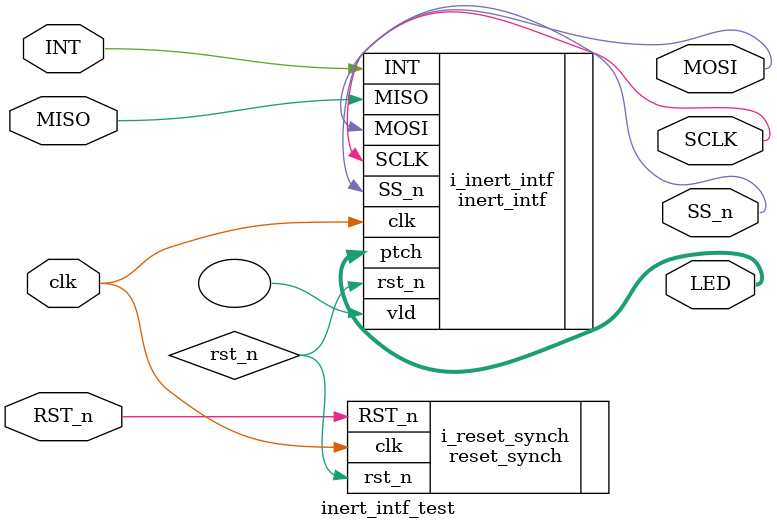
<source format=sv>
module inert_intf_test(clk, RST_n, LED, MISO, MOSI, SS_n, SCLK, INT);

input clk, RST_n, MISO, INT;

output MOSI, SS_n, SCLK;

output [7:0] LED;

wire rst_n;

inert_intf i_inert_intf(.clk(clk), .rst_n(rst_n), .vld(),  .ptch(LED), .SS_n(SS_n), .MOSI(MOSI), .SCLK(SCLK), .MISO(MISO), .INT(INT));

reset_synch i_reset_synch (.RST_n(RST_n), .rst_n(rst_n), .clk(clk));


endmodule
</source>
